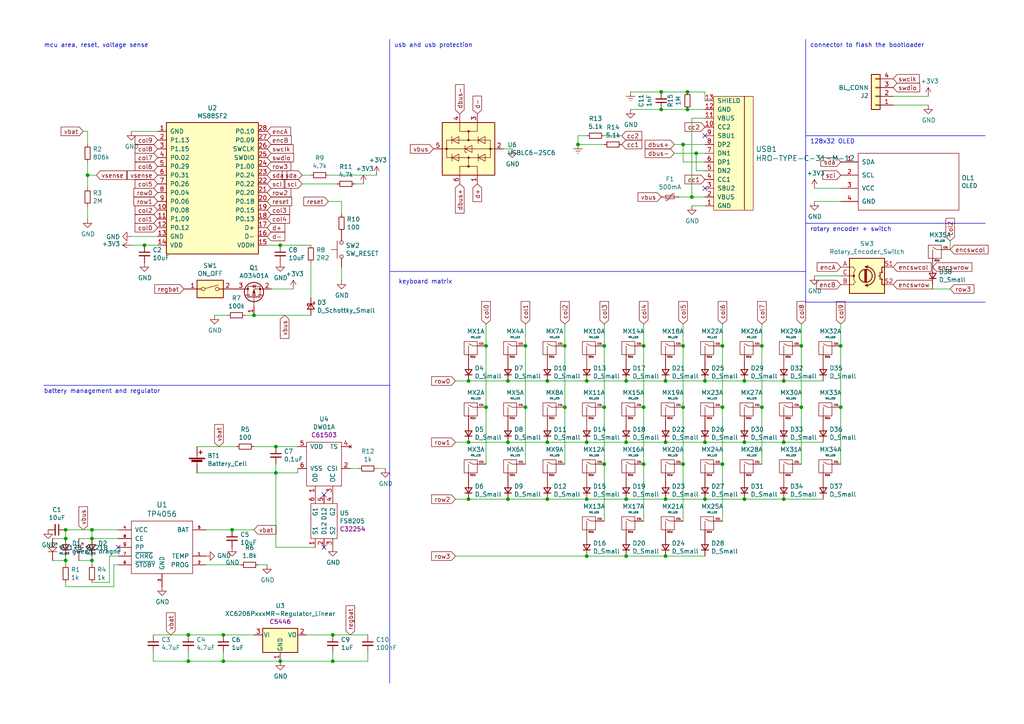
<source format=kicad_sch>
(kicad_sch (version 20230121) (generator eeschema)
  (paper "A4")
  (junction (at 163.83 100.33))
  (junction (at 215.9 110.49))
  (junction (at 220.98 118.11))
  (junction (at 232.41 100.33))
  (junction (at 140.97 100.33))
  (junction (at 41.91 71.12))
  (junction (at 140.97 118.11))
  (junction (at 193.04 144.78))
  (junction (at 135.89 128.27))
  (junction (at 158.75 144.78))
  (junction (at 198.12 118.11))
  (junction (at 181.61 161.29))
  (junction (at 158.75 110.49))
  (junction (at 19.05 156.21))
  (junction (at 135.89 110.49))
  (junction (at 186.69 118.11))
  (junction (at 80.01 129.54))
  (junction (at 147.32 128.27))
  (junction (at 209.55 134.62))
  (junction (at 186.69 100.33))
  (junction (at 147.32 144.78))
  (junction (at 209.55 118.11))
  (junction (at 220.98 100.33))
  (junction (at 243.84 118.11))
  (junction (at 209.55 100.33))
  (junction (at 170.18 144.78))
  (junction (at 215.9 144.78))
  (junction (at 54.61 191.77))
  (junction (at 191.77 26.67))
  (junction (at 204.47 144.78))
  (junction (at 170.18 110.49))
  (junction (at 26.67 162.56))
  (junction (at 80.01 137.16))
  (junction (at 198.12 134.62))
  (junction (at 198.12 41.91))
  (junction (at 96.52 191.77))
  (junction (at 19.05 162.56))
  (junction (at 152.4 100.33))
  (junction (at 243.84 100.33))
  (junction (at 81.28 71.12))
  (junction (at 26.67 153.67))
  (junction (at 215.9 128.27))
  (junction (at 193.04 110.49))
  (junction (at 175.26 118.11))
  (junction (at 147.32 110.49))
  (junction (at 64.77 184.15))
  (junction (at 64.77 191.77))
  (junction (at 73.66 91.44))
  (junction (at 175.26 100.33))
  (junction (at 152.4 118.11))
  (junction (at 25.4 50.8))
  (junction (at 193.04 128.27))
  (junction (at 193.04 161.29))
  (junction (at 181.61 128.27))
  (junction (at 181.61 144.78))
  (junction (at 167.64 41.91))
  (junction (at 204.47 110.49))
  (junction (at 199.39 31.75))
  (junction (at 199.39 26.67))
  (junction (at 158.75 128.27))
  (junction (at 170.18 161.29))
  (junction (at 204.47 128.27))
  (junction (at 67.31 153.67))
  (junction (at 96.52 184.15))
  (junction (at 191.77 31.75))
  (junction (at 227.33 110.49))
  (junction (at 227.33 144.78))
  (junction (at 198.12 100.33))
  (junction (at 163.83 118.11))
  (junction (at 201.93 44.45))
  (junction (at 200.66 57.15))
  (junction (at 175.26 134.62))
  (junction (at 232.41 118.11))
  (junction (at 181.61 110.49))
  (junction (at 54.61 184.15))
  (junction (at 81.28 191.77))
  (junction (at 19.05 153.67))
  (junction (at 26.67 156.21))
  (junction (at 170.18 128.27))
  (junction (at 227.33 128.27))
  (junction (at 186.69 134.62))
  (junction (at 135.89 144.78))
  (no_connect (at 204.47 54.61))
  (no_connect (at 93.98 143.51))
  (no_connect (at 204.47 39.37))
  (no_connect (at 93.98 158.75))
  (no_connect (at 34.29 158.75))
  (wire (pts (xy 57.15 137.16) (xy 80.01 137.16)))
  (wire (pts (xy 132.08 110.49) (xy 135.89 110.49)))
  (wire (pts (xy 26.67 153.67) (xy 34.29 153.67)))
  (wire (pts (xy 135.89 128.27) (xy 147.32 128.27)))
  (wire (pts (xy 215.9 128.27) (xy 227.33 128.27)))
  (wire (pts (xy 25.4 54.61) (xy 25.4 50.8)))
  (wire (pts (xy 201.93 44.45) (xy 195.58 44.45)))
  (wire (pts (xy 227.33 144.78) (xy 238.76 144.78)))
  (wire (pts (xy 73.66 91.44) (xy 90.17 91.44)))
  (wire (pts (xy 170.18 110.49) (xy 181.61 110.49)))
  (wire (pts (xy 132.08 128.27) (xy 135.89 128.27)))
  (wire (pts (xy 25.4 46.99) (xy 25.4 50.8)))
  (wire (pts (xy 19.05 153.67) (xy 19.05 156.21)))
  (wire (pts (xy 59.69 163.83) (xy 69.85 163.83)))
  (wire (pts (xy 80.01 137.16) (xy 86.36 137.16)))
  (wire (pts (xy 101.6 135.89) (xy 104.14 135.89)))
  (wire (pts (xy 140.97 93.98) (xy 140.97 100.33)))
  (wire (pts (xy 81.28 71.12) (xy 90.17 71.12)))
  (wire (pts (xy 158.75 110.49) (xy 170.18 110.49)))
  (wire (pts (xy 204.47 34.29) (xy 200.66 34.29)))
  (wire (pts (xy 186.69 93.98) (xy 186.69 100.33)))
  (wire (pts (xy 163.83 93.98) (xy 163.83 100.33)))
  (wire (pts (xy 73.66 129.54) (xy 80.01 129.54)))
  (wire (pts (xy 99.06 77.47) (xy 99.06 81.28)))
  (wire (pts (xy 186.69 118.11) (xy 186.69 134.62)))
  (wire (pts (xy 87.63 50.8) (xy 90.17 50.8)))
  (wire (pts (xy 204.47 144.78) (xy 215.9 144.78)))
  (wire (pts (xy 181.61 161.29) (xy 193.04 161.29)))
  (wire (pts (xy 26.67 162.56) (xy 26.67 163.83)))
  (polyline (pts (xy 233.68 64.77) (xy 285.75 64.77)))
  (wire (pts (xy 59.69 153.67) (xy 67.31 153.67)))
  (wire (pts (xy 44.45 189.23) (xy 44.45 191.77)))
  (wire (pts (xy 175.26 41.91) (xy 167.64 41.91)))
  (wire (pts (xy 152.4 100.33) (xy 152.4 118.11)))
  (wire (pts (xy 191.77 31.75) (xy 199.39 31.75)))
  (wire (pts (xy 152.4 118.11) (xy 152.4 134.62)))
  (wire (pts (xy 167.64 39.37) (xy 167.64 41.91)))
  (wire (pts (xy 152.4 93.98) (xy 152.4 100.33)))
  (wire (pts (xy 220.98 100.33) (xy 220.98 118.11)))
  (wire (pts (xy 33.02 170.18) (xy 33.02 163.83)))
  (wire (pts (xy 209.55 118.11) (xy 209.55 134.62)))
  (wire (pts (xy 135.89 110.49) (xy 147.32 110.49)))
  (wire (pts (xy 24.13 38.1) (xy 25.4 38.1)))
  (wire (pts (xy 54.61 191.77) (xy 64.77 191.77)))
  (wire (pts (xy 147.32 144.78) (xy 158.75 144.78)))
  (wire (pts (xy 80.01 129.54) (xy 86.36 129.54)))
  (wire (pts (xy 19.05 168.91) (xy 19.05 170.18)))
  (wire (pts (xy 181.61 144.78) (xy 193.04 144.78)))
  (wire (pts (xy 41.91 71.12) (xy 45.72 71.12)))
  (wire (pts (xy 204.47 110.49) (xy 215.9 110.49)))
  (wire (pts (xy 33.02 163.83) (xy 34.29 163.83)))
  (wire (pts (xy 198.12 100.33) (xy 198.12 118.11)))
  (wire (pts (xy 54.61 184.15) (xy 64.77 184.15)))
  (wire (pts (xy 227.33 128.27) (xy 238.76 128.27)))
  (wire (pts (xy 220.98 93.98) (xy 220.98 100.33)))
  (wire (pts (xy 19.05 170.18) (xy 33.02 170.18)))
  (wire (pts (xy 86.36 137.16) (xy 86.36 135.89)))
  (wire (pts (xy 209.55 100.33) (xy 209.55 118.11)))
  (wire (pts (xy 175.26 100.33) (xy 175.26 118.11)))
  (wire (pts (xy 181.61 128.27) (xy 193.04 128.27)))
  (wire (pts (xy 182.88 31.75) (xy 191.77 31.75)))
  (wire (pts (xy 147.32 110.49) (xy 158.75 110.49)))
  (wire (pts (xy 25.4 63.5) (xy 25.4 59.69)))
  (wire (pts (xy 204.47 46.99) (xy 198.12 46.99)))
  (wire (pts (xy 15.24 162.56) (xy 19.05 162.56)))
  (wire (pts (xy 181.61 110.49) (xy 193.04 110.49)))
  (wire (pts (xy 204.47 128.27) (xy 215.9 128.27)))
  (wire (pts (xy 96.52 191.77) (xy 106.68 191.77)))
  (wire (pts (xy 64.77 184.15) (xy 73.66 184.15)))
  (wire (pts (xy 199.39 31.75) (xy 204.47 31.75)))
  (wire (pts (xy 99.06 58.42) (xy 99.06 62.23)))
  (wire (pts (xy 204.47 49.53) (xy 201.93 49.53)))
  (wire (pts (xy 259.08 27.94) (xy 269.24 27.94)))
  (wire (pts (xy 270.51 83.82) (xy 275.59 83.82)))
  (wire (pts (xy 201.93 49.53) (xy 201.93 44.45)))
  (wire (pts (xy 19.05 162.56) (xy 19.05 163.83)))
  (wire (pts (xy 232.41 118.11) (xy 232.41 134.62)))
  (wire (pts (xy 64.77 189.23) (xy 64.77 191.77)))
  (wire (pts (xy 193.04 110.49) (xy 204.47 110.49)))
  (wire (pts (xy 87.63 53.34) (xy 97.79 53.34)))
  (wire (pts (xy 200.66 34.29) (xy 200.66 57.15)))
  (wire (pts (xy 71.12 91.44) (xy 73.66 91.44)))
  (wire (pts (xy 140.97 118.11) (xy 140.97 134.62)))
  (wire (pts (xy 170.18 39.37) (xy 167.64 39.37)))
  (wire (pts (xy 15.24 156.21) (xy 19.05 156.21)))
  (wire (pts (xy 26.67 153.67) (xy 26.67 156.21)))
  (wire (pts (xy 78.74 83.82) (xy 85.09 83.82)))
  (wire (pts (xy 198.12 118.11) (xy 198.12 134.62)))
  (wire (pts (xy 170.18 144.78) (xy 181.61 144.78)))
  (wire (pts (xy 220.98 118.11) (xy 220.98 134.62)))
  (wire (pts (xy 175.26 118.11) (xy 175.26 134.62)))
  (wire (pts (xy 200.66 59.69) (xy 204.47 59.69)))
  (polyline (pts (xy 233.68 11.43) (xy 233.68 87.63)))
  (wire (pts (xy 54.61 189.23) (xy 54.61 191.77)))
  (polyline (pts (xy 233.68 39.37) (xy 285.75 39.37)))
  (wire (pts (xy 198.12 134.62) (xy 198.12 151.13)))
  (wire (pts (xy 132.08 161.29) (xy 170.18 161.29)))
  (wire (pts (xy 227.33 110.49) (xy 238.76 110.49)))
  (wire (pts (xy 198.12 46.99) (xy 198.12 41.91)))
  (wire (pts (xy 26.67 161.29) (xy 26.67 162.56)))
  (wire (pts (xy 140.97 100.33) (xy 140.97 118.11)))
  (wire (pts (xy 158.75 144.78) (xy 170.18 144.78)))
  (wire (pts (xy 193.04 144.78) (xy 204.47 144.78)))
  (wire (pts (xy 236.22 80.01) (xy 243.84 80.01)))
  (wire (pts (xy 209.55 134.62) (xy 209.55 151.13)))
  (wire (pts (xy 31.75 168.91) (xy 31.75 161.29)))
  (wire (pts (xy 163.83 100.33) (xy 163.83 118.11)))
  (polyline (pts (xy 12.7 111.76) (xy 113.03 111.76)))
  (wire (pts (xy 44.45 184.15) (xy 54.61 184.15)))
  (wire (pts (xy 232.41 93.98) (xy 232.41 100.33)))
  (wire (pts (xy 25.4 38.1) (xy 25.4 41.91)))
  (wire (pts (xy 209.55 93.98) (xy 209.55 100.33)))
  (wire (pts (xy 215.9 110.49) (xy 227.33 110.49)))
  (wire (pts (xy 186.69 100.33) (xy 186.69 118.11)))
  (wire (pts (xy 95.25 50.8) (xy 109.22 50.8)))
  (wire (pts (xy 215.9 144.78) (xy 227.33 144.78)))
  (wire (pts (xy 236.22 58.42) (xy 243.84 58.42)))
  (wire (pts (xy 243.84 100.33) (xy 243.84 118.11)))
  (wire (pts (xy 132.08 144.78) (xy 135.89 144.78)))
  (wire (pts (xy 34.29 156.21) (xy 26.67 156.21)))
  (wire (pts (xy 193.04 128.27) (xy 204.47 128.27)))
  (wire (pts (xy 106.68 191.77) (xy 106.68 189.23)))
  (wire (pts (xy 95.25 58.42) (xy 99.06 58.42)))
  (wire (pts (xy 22.86 162.56) (xy 26.67 162.56)))
  (wire (pts (xy 67.31 153.67) (xy 73.66 153.67)))
  (wire (pts (xy 198.12 93.98) (xy 198.12 100.33)))
  (wire (pts (xy 109.22 135.89) (xy 111.76 135.89)))
  (wire (pts (xy 19.05 161.29) (xy 19.05 162.56)))
  (wire (pts (xy 44.45 191.77) (xy 54.61 191.77)))
  (wire (pts (xy 102.87 53.34) (xy 105.41 53.34)))
  (wire (pts (xy 25.4 50.8) (xy 27.94 50.8)))
  (wire (pts (xy 38.1 38.1) (xy 45.72 38.1)))
  (wire (pts (xy 275.59 69.85) (xy 275.59 72.39)))
  (wire (pts (xy 90.17 76.2) (xy 90.17 86.36)))
  (wire (pts (xy 270.51 82.55) (xy 270.51 83.82)))
  (wire (pts (xy 88.9 184.15) (xy 96.52 184.15)))
  (wire (pts (xy 170.18 128.27) (xy 181.61 128.27)))
  (wire (pts (xy 96.52 189.23) (xy 96.52 191.77)))
  (wire (pts (xy 259.08 30.48) (xy 269.24 30.48)))
  (wire (pts (xy 158.75 128.27) (xy 170.18 128.27)))
  (wire (pts (xy 175.26 134.62) (xy 175.26 151.13)))
  (wire (pts (xy 170.18 161.29) (xy 181.61 161.29)))
  (wire (pts (xy 199.39 26.67) (xy 204.47 26.67)))
  (wire (pts (xy 74.93 163.83) (xy 77.47 163.83)))
  (wire (pts (xy 191.77 26.67) (xy 199.39 26.67)))
  (wire (pts (xy 80.01 134.62) (xy 80.01 137.16)))
  (wire (pts (xy 26.67 168.91) (xy 31.75 168.91)))
  (wire (pts (xy 38.1 68.58) (xy 45.72 68.58)))
  (polyline (pts (xy 113.03 11.43) (xy 113.03 198.12)))
  (wire (pts (xy 243.84 93.98) (xy 243.84 100.33)))
  (wire (pts (xy 182.88 26.67) (xy 191.77 26.67)))
  (wire (pts (xy 200.66 57.15) (xy 196.85 57.15)))
  (wire (pts (xy 77.47 71.12) (xy 81.28 71.12)))
  (wire (pts (xy 57.15 129.54) (xy 68.58 129.54)))
  (wire (pts (xy 180.34 39.37) (xy 175.26 39.37)))
  (wire (pts (xy 96.52 184.15) (xy 106.68 184.15)))
  (wire (pts (xy 198.12 41.91) (xy 195.58 41.91)))
  (wire (pts (xy 193.04 161.29) (xy 204.47 161.29)))
  (wire (pts (xy 135.89 144.78) (xy 147.32 144.78)))
  (wire (pts (xy 146.05 43.18) (xy 148.59 43.18)))
  (wire (pts (xy 175.26 93.98) (xy 175.26 100.33)))
  (wire (pts (xy 19.05 153.67) (xy 26.67 153.67)))
  (wire (pts (xy 163.83 118.11) (xy 163.83 134.62)))
  (wire (pts (xy 243.84 118.11) (xy 243.84 134.62)))
  (wire (pts (xy 22.86 156.21) (xy 26.67 156.21)))
  (wire (pts (xy 80.01 158.75) (xy 91.44 158.75)))
  (wire (pts (xy 186.69 134.62) (xy 186.69 151.13)))
  (polyline (pts (xy 113.03 78.74) (xy 233.68 78.74)))
  (wire (pts (xy 236.22 54.61) (xy 243.84 54.61)))
  (wire (pts (xy 204.47 44.45) (xy 201.93 44.45)))
  (wire (pts (xy 204.47 26.67) (xy 204.47 29.21)))
  (wire (pts (xy 31.75 161.29) (xy 34.29 161.29)))
  (wire (pts (xy 204.47 57.15) (xy 200.66 57.15)))
  (wire (pts (xy 38.1 71.12) (xy 41.91 71.12)))
  (wire (pts (xy 232.41 100.33) (xy 232.41 118.11)))
  (polyline (pts (xy 233.68 87.63) (xy 285.75 87.63)))
  (wire (pts (xy 204.47 41.91) (xy 198.12 41.91)))
  (wire (pts (xy 147.32 128.27) (xy 158.75 128.27)))
  (wire (pts (xy 64.77 191.77) (xy 81.28 191.77)))
  (wire (pts (xy 96.52 191.77) (xy 81.28 191.77)))
  (wire (pts (xy 62.23 91.44) (xy 66.04 91.44)))
  (wire (pts (xy 80.01 137.16) (xy 80.01 158.75)))
  (text "mcu area, reset, voltage sense" (at 12.7 13.97 0) (effects (font (size 1.27 1.27)) (justify left bottom)))
  (text "keyboard matrix" (at 115.57 82.55 0) (effects (font (size 1.27 1.27)) (justify left bottom)))
  (text "battery management and regulator" (at 12.7 114.3 0) (effects (font (size 1.27 1.27)) (justify left bottom)))
  (text "128x32 OLED" (at 234.95 41.91 0) (effects (font (size 1.27 1.27)) (justify left bottom)))
  (text "usb and usb protection\n" (at 114.3 13.97 0) (effects (font (size 1.27 1.27)) (justify left bottom)))
  (text "rotary encoder + switch" (at 234.95 67.31 0) (effects (font (size 1.27 1.27)) (justify left bottom)))
  (text "connector to flash the bootloader" (at 234.95 13.97 0) (effects (font (size 1.27 1.27)) (justify left bottom)))
  (global_label "col2" (shape input) (at 45.72 60.96 180) (property "Intersheetrefs" "${INTERSHEET_REFS}" (effects hide)))
  (global_label "col0" (shape input) (at 140.97 93.98 90) (property "Intersheetrefs" "${INTERSHEET_REFS}" (effects hide)))
  (global_label "col4" (shape input) (at 77.47 63.5 0) (property "Intersheetrefs" "${INTERSHEET_REFS}" (effects hide)))
  (global_label "d+" (shape input) (at 77.47 66.04 0) (property "Intersheetrefs" "${INTERSHEET_REFS}" (effects hide)))
  (global_label "col8" (shape input) (at 45.72 43.18 180) (property "Intersheetrefs" "${INTERSHEET_REFS}" (effects hide)))
  (global_label "vbat" (shape input) (at 24.13 38.1 180) (property "Intersheetrefs" "${INTERSHEET_REFS}" (effects hide)))
  (global_label "cc1" (shape input) (at 204.47 52.07 180) (property "Intersheetrefs" "${INTERSHEET_REFS}" (effects hide)))
  (global_label "vsense" (shape input) (at 45.72 50.8 180) (property "Intersheetrefs" "${INTERSHEET_REFS}" (effects hide)))
  (global_label "col3" (shape input) (at 77.47 60.96 0) (property "Intersheetrefs" "${INTERSHEET_REFS}" (effects hide)))
  (global_label "d+" (shape input) (at 138.43 53.34 270) (property "Intersheetrefs" "${INTERSHEET_REFS}" (effects hide)))
  (global_label "regbat" (shape input) (at 101.6 184.15 90) (property "Intersheetrefs" "${INTERSHEET_REFS}" (effects hide)))
  (global_label "col5" (shape input) (at 198.12 93.98 90) (property "Intersheetrefs" "${INTERSHEET_REFS}" (effects hide)))
  (global_label "encA" (shape input) (at 77.47 38.1 0) (property "Intersheetrefs" "${INTERSHEET_REFS}" (effects hide)))
  (global_label "col3" (shape input) (at 175.26 93.98 90) (property "Intersheetrefs" "${INTERSHEET_REFS}" (effects hide)))
  (global_label "row1" (shape input) (at 45.72 58.42 180) (property "Intersheetrefs" "${INTERSHEET_REFS}" (effects hide)))
  (global_label "vbat" (shape input) (at 73.66 153.67 0) (property "Intersheetrefs" "${INTERSHEET_REFS}" (effects hide)))
  (global_label "col6" (shape input) (at 209.55 93.98 90) (property "Intersheetrefs" "${INTERSHEET_REFS}" (effects hide)))
  (global_label "row3" (shape input) (at 275.59 83.82 0) (property "Intersheetrefs" "${INTERSHEET_REFS}" (effects hide)))
  (global_label "d-" (shape input) (at 138.43 33.02 90) (property "Intersheetrefs" "${INTERSHEET_REFS}" (effects hide)))
  (global_label "sda" (shape input) (at 77.47 50.8 0) (property "Intersheetrefs" "${INTERSHEET_REFS}" (effects hide)))
  (global_label "vsense" (shape input) (at 27.94 50.8 0) (property "Intersheetrefs" "${INTERSHEET_REFS}" (effects hide)))
  (global_label "col5" (shape input) (at 45.72 53.34 180) (property "Intersheetrefs" "${INTERSHEET_REFS}" (effects hide)))
  (global_label "col1" (shape input) (at 45.72 63.5 180) (property "Intersheetrefs" "${INTERSHEET_REFS}" (effects hide)))
  (global_label "encB" (shape input) (at 77.47 40.64 0) (property "Intersheetrefs" "${INTERSHEET_REFS}" (effects hide)))
  (global_label "row0" (shape input) (at 132.08 110.49 180) (property "Intersheetrefs" "${INTERSHEET_REFS}" (effects hide)))
  (global_label "encswrow" (shape input) (at 270.51 77.47 0) (property "Intersheetrefs" "${INTERSHEET_REFS}" (effects hide)))
  (global_label "col9" (shape input) (at 243.84 93.98 90) (property "Intersheetrefs" "${INTERSHEET_REFS}" (effects hide)))
  (global_label "cc1" (shape input) (at 180.34 41.91 0) (property "Intersheetrefs" "${INTERSHEET_REFS}" (effects hide)))
  (global_label "dbus-" (shape input) (at 133.35 33.02 90) (property "Intersheetrefs" "${INTERSHEET_REFS}" (effects hide)))
  (global_label "col8" (shape input) (at 232.41 93.98 90) (property "Intersheetrefs" "${INTERSHEET_REFS}" (effects hide)))
  (global_label "encB" (shape input) (at 243.84 82.55 180) (property "Intersheetrefs" "${INTERSHEET_REFS}" (effects hide)))
  (global_label "vbat" (shape input) (at 49.53 184.15 90) (property "Intersheetrefs" "${INTERSHEET_REFS}" (effects hide)))
  (global_label "vbus" (shape input) (at 125.73 43.18 180) (property "Intersheetrefs" "${INTERSHEET_REFS}" (effects hide)))
  (global_label "row0" (shape input) (at 45.72 55.88 180) (property "Intersheetrefs" "${INTERSHEET_REFS}" (effects hide)))
  (global_label "cc2" (shape input) (at 180.34 39.37 0) (property "Intersheetrefs" "${INTERSHEET_REFS}" (effects hide)))
  (global_label "dbus+" (shape input) (at 195.58 41.91 180) (property "Intersheetrefs" "${INTERSHEET_REFS}" (effects hide)))
  (global_label "swdio" (shape input) (at 77.47 45.72 0) (property "Intersheetrefs" "${INTERSHEET_REFS}" (effects hide)))
  (global_label "cc2" (shape input) (at 204.47 36.83 180) (property "Intersheetrefs" "${INTERSHEET_REFS}" (effects hide)))
  (global_label "col0" (shape input) (at 45.72 66.04 180) (property "Intersheetrefs" "${INTERSHEET_REFS}" (effects hide)))
  (global_label "encswcol" (shape input) (at 259.08 77.47 0) (property "Intersheetrefs" "${INTERSHEET_REFS}" (effects hide)))
  (global_label "row3" (shape input) (at 132.08 161.29 180) (property "Intersheetrefs" "${INTERSHEET_REFS}" (effects hide)))
  (global_label "reset" (shape input) (at 95.25 58.42 180) (property "Intersheetrefs" "${INTERSHEET_REFS}" (effects hide)))
  (global_label "scl" (shape input) (at 243.84 50.8 180) (property "Intersheetrefs" "${INTERSHEET_REFS}" (effects hide)))
  (global_label "row3" (shape input) (at 77.47 48.26 0) (property "Intersheetrefs" "${INTERSHEET_REFS}" (effects hide)))
  (global_label "col6" (shape input) (at 45.72 48.26 180) (property "Intersheetrefs" "${INTERSHEET_REFS}" (effects hide)))
  (global_label "vbat" (shape input) (at 63.5 129.54 90) (property "Intersheetrefs" "${INTERSHEET_REFS}" (effects hide)))
  (global_label "row2" (shape input) (at 77.47 55.88 0) (property "Intersheetrefs" "${INTERSHEET_REFS}" (effects hide)))
  (global_label "swdio" (shape input) (at 259.08 25.4 0) (property "Intersheetrefs" "${INTERSHEET_REFS}" (effects hide)))
  (global_label "vbus" (shape input) (at 82.55 91.44 270) (property "Intersheetrefs" "${INTERSHEET_REFS}" (effects hide)))
  (global_label "col4" (shape input) (at 186.69 93.98 90) (property "Intersheetrefs" "${INTERSHEET_REFS}" (effects hide)))
  (global_label "reset" (shape input) (at 77.47 58.42 0) (property "Intersheetrefs" "${INTERSHEET_REFS}" (effects hide)))
  (global_label "scl" (shape input) (at 77.47 53.34 0) (property "Intersheetrefs" "${INTERSHEET_REFS}" (effects hide)))
  (global_label "col7" (shape input) (at 45.72 45.72 180) (property "Intersheetrefs" "${INTERSHEET_REFS}" (effects hide)))
  (global_label "scl" (shape input) (at 87.63 53.34 180) (property "Intersheetrefs" "${INTERSHEET_REFS}" (effects hide)))
  (global_label "row2" (shape input) (at 132.08 144.78 180) (property "Intersheetrefs" "${INTERSHEET_REFS}" (effects hide)))
  (global_label "row1" (shape input) (at 132.08 128.27 180) (property "Intersheetrefs" "${INTERSHEET_REFS}" (effects hide)))
  (global_label "d-" (shape input) (at 77.47 68.58 0) (property "Intersheetrefs" "${INTERSHEET_REFS}" (effects hide)))
  (global_label "col7" (shape input) (at 220.98 93.98 90) (property "Intersheetrefs" "${INTERSHEET_REFS}" (effects hide)))
  (global_label "encswcol" (shape input) (at 275.59 72.39 0) (property "Intersheetrefs" "${INTERSHEET_REFS}" (effects hide)))
  (global_label "col1" (shape input) (at 152.4 93.98 90) (property "Intersheetrefs" "${INTERSHEET_REFS}" (effects hide)))
  (global_label "dbus+" (shape input) (at 133.35 53.34 270) (property "Intersheetrefs" "${INTERSHEET_REFS}" (effects hide)))
  (global_label "vbus" (shape input) (at 191.77 57.15 180) (property "Intersheetrefs" "${INTERSHEET_REFS}" (effects hide)))
  (global_label "vbus" (shape input) (at 24.13 153.67 90) (property "Intersheetrefs" "${INTERSHEET_REFS}" (effects hide)))
  (global_label "encA" (shape input) (at 243.84 77.47 180) (property "Intersheetrefs" "${INTERSHEET_REFS}" (effects hide)))
  (global_label "col2" (shape input) (at 275.59 69.85 90) (property "Intersheetrefs" "${INTERSHEET_REFS}" (effects hide)))
  (global_label "dbus-" (shape input) (at 195.58 44.45 180) (property "Intersheetrefs" "${INTERSHEET_REFS}" (effects hide)))
  (global_label "swclk" (shape input) (at 77.47 43.18 0) (property "Intersheetrefs" "${INTERSHEET_REFS}" (effects hide)))
  (global_label "sda" (shape input) (at 243.84 46.99 180) (property "Intersheetrefs" "${INTERSHEET_REFS}" (effects hide)))
  (global_label "swclk" (shape input) (at 259.08 22.86 0) (property "Intersheetrefs" "${INTERSHEET_REFS}" (effects hide)))
  (global_label "encswrow" (shape input) (at 259.08 82.55 0) (property "Intersheetrefs" "${INTERSHEET_REFS}" (effects hide)))
  (global_label "col2" (shape input) (at 163.83 93.98 90) (property "Intersheetrefs" "${INTERSHEET_REFS}" (effects hide)))
  (global_label "col9" (shape input) (at 45.72 40.64 180) (property "Intersheetrefs" "${INTERSHEET_REFS}" (effects hide)))
  (global_label "sda" (shape input) (at 87.63 50.8 180) (property "Intersheetrefs" "${INTERSHEET_REFS}" (effects hide)))
  (global_label "regbat" (shape input) (at 53.34 83.82 180) (property "Intersheetrefs" "${INTERSHEET_REFS}" (effects hide)))
  (symbol (lib_id "le_chiff_ble-rescue:MS88SF2-MINEW_MS88SF2") (at 62.23 54.61 0) (unit 1)
    (property "Reference" "U2" (at 61.595 31.3182 0))
    (property "Value" "MS88SF2" (at 61.595 33.6296 0))
    (property "Footprint" "ms88sf2_oreore:MINEW_MS88SF2" (effects hide))
  )
  (symbol (lib_id "Device:R_Small") (at 199.39 29.21 0) (unit 1)
    (property "Reference" "R15" (at 194.4116 29.21 90))
    (property "Value" "1M" (at 196.723 29.21 90))
    (property "Footprint" "Resistor_SMD:R_0805_2012Metric" (effects hide))
  )
  (symbol (lib_id "Device:C_Small") (at 191.77 29.21 180) (unit 1)
    (property "Reference" "C11" (at 185.9534 29.21 90))
    (property "Value" "1nF" (at 188.2648 29.21 90))
    (property "Footprint" "Capacitor_SMD:C_0805_2012Metric" (effects hide))
  )
  (symbol (lib_id "power:GND") (at 182.88 31.75 0) (unit 1)
    (property "Reference" "#PWR0101" (effects hide))
    (property "Value" "GND" (at 183.007 36.1442 0))
  )
  (symbol (lib_id "Device:R_Small") (at 177.8 41.91 270) (unit 1)
    (property "Reference" "R14" (at 177.8 36.9316 90))
    (property "Value" "5.1k" (at 177.8 39.243 90))
    (property "Footprint" "Resistor_SMD:R_0805_2012Metric" (effects hide))
  )
  (symbol (lib_id "Device:R_Small") (at 172.72 39.37 270) (unit 1)
    (property "Reference" "R13" (at 172.72 34.3916 90))
    (property "Value" "5.1k" (at 172.72 36.703 90))
    (property "Footprint" "Resistor_SMD:R_0805_2012Metric" (effects hide))
  )
  (symbol (lib_id "Device:Polyfuse_Small") (at 194.31 57.15 270) (unit 1)
    (property "Reference" "F1" (at 194.31 51.943 90))
    (property "Value" "500mA" (at 194.31 54.2544 90))
    (property "Footprint" "Fuse:Fuse_1206_3216Metric" (effects hide))
  )
  (symbol (lib_id "Power_Protection:USBLC6-2SC6") (at 135.89 43.18 90) (unit 1)
    (property "Reference" "U6" (at 147.1676 42.0116 90) (effects (justify right)))
    (property "Value" "USBLC6-2SC6" (at 147.1676 44.323 90) (effects (justify right)))
    (property "Footprint" "Package_TO_SOT_SMD:SOT-23-6" (effects hide))
    (property "Datasheet" "https://www.st.com/resource/en/datasheet/usblc6-2.pdf" (effects hide))
  )
  (symbol (lib_id "power:GND") (at 148.59 43.18 0) (unit 1)
    (property "Reference" "#PWR0104" (effects hide))
    (property "Value" "GND" (at 148.717 47.5742 0))
  )
  (symbol (lib_id "power:GND") (at 38.1 38.1 0) (unit 1)
    (property "Reference" "#PWR0105" (effects hide))
    (property "Value" "GND" (at 38.227 42.4942 0))
  )
  (symbol (lib_id "Device:R_Small") (at 25.4 44.45 0) (unit 1)
    (property "Reference" "R2" (at 26.8986 43.2816 0) (effects (justify left)))
    (property "Value" "806k" (at 26.8986 45.593 0) (effects (justify left)))
    (property "Footprint" "Resistor_SMD:R_0805_2012Metric" (effects hide))
  )
  (symbol (lib_id "Device:R_Small") (at 25.4 57.15 0) (unit 1)
    (property "Reference" "R3" (at 26.8986 55.9816 0) (effects (justify left)))
    (property "Value" "2M" (at 26.8986 58.293 0) (effects (justify left)))
    (property "Footprint" "Resistor_SMD:R_0805_2012Metric" (effects hide))
  )
  (symbol (lib_id "power:GND") (at 25.4 63.5 0) (unit 1)
    (property "Reference" "#PWR0106" (effects hide))
    (property "Value" "GND" (at 25.527 67.8942 0))
  )
  (symbol (lib_id "Device:R_Small") (at 99.06 64.77 0) (unit 1)
    (property "Reference" "R10" (at 100.5586 63.6016 0) (effects (justify left)))
    (property "Value" "100" (at 100.5586 65.913 0) (effects (justify left)))
    (property "Footprint" "Resistor_SMD:R_0805_2012Metric" (effects hide))
  )
  (symbol (lib_id "Switch:SW_Push") (at 99.06 72.39 90) (unit 1)
    (property "Reference" "SW2" (at 100.2792 71.2216 90) (effects (justify right)))
    (property "Value" "SW_RESET" (at 100.2792 73.533 90) (effects (justify right)))
    (property "Footprint" "Button_Switch_SMD:SW_SPST_TL3342" (effects hide))
  )
  (symbol (lib_id "power:GND") (at 99.06 81.28 0) (unit 1)
    (property "Reference" "#PWR0107" (effects hide))
    (property "Value" "GND" (at 99.187 85.6742 0))
  )
  (symbol (lib_id "Transistor_FET:AO3401A") (at 73.66 86.36 90) (unit 1)
    (property "Reference" "Q1" (at 73.66 77.6732 90))
    (property "Value" "AO3401A" (at 73.66 79.9846 90))
    (property "Footprint" "Package_TO_SOT_SMD:SOT-23" (effects hide))
    (property "Datasheet" "http://www.aosmd.com/pdfs/datasheet/AO3401A.pdf" (effects hide))
  )
  (symbol (lib_id "Switch:SW_DIP_x01") (at 60.96 83.82 0) (unit 1)
    (property "Reference" "SW1" (at 60.96 77.0382 0))
    (property "Value" "ON_OFF" (at 60.96 79.3496 0))
    (property "Footprint" "other_parts:switch_MSK-12C02_smd" (effects hide))
  )
  (symbol (lib_id "power:+3V3") (at 85.09 83.82 0) (unit 1)
    (property "Reference" "#PWR0108" (effects hide))
    (property "Value" "+3V3" (at 85.471 79.4258 0))
  )
  (symbol (lib_id "power:+3V3") (at 38.1 71.12 90) (unit 1)
    (property "Reference" "#PWR0109" (effects hide))
    (property "Value" "+3V3" (at 34.8488 70.739 90) (effects (justify left)))
  )
  (symbol (lib_id "power:GND") (at 38.1 68.58 270) (unit 1)
    (property "Reference" "#PWR0110" (effects hide))
    (property "Value" "GND" (at 34.8488 68.707 90) (effects (justify right)))
  )
  (symbol (lib_id "Device:C_Small") (at 41.91 73.66 0) (unit 1)
    (property "Reference" "C2" (at 44.2468 72.4916 0) (effects (justify left)))
    (property "Value" "10uF" (at 44.2468 74.803 0) (effects (justify left)))
    (property "Footprint" "Capacitor_SMD:C_0805_2012Metric" (effects hide))
  )
  (symbol (lib_id "power:GND") (at 41.91 76.2 0) (unit 1)
    (property "Reference" "#PWR0111" (effects hide))
    (property "Value" "GND" (at 42.037 80.5942 0))
  )
  (symbol (lib_id "Device:C_Small") (at 81.28 73.66 0) (unit 1)
    (property "Reference" "C8" (at 83.6168 72.4916 0) (effects (justify left)))
    (property "Value" "10uF" (at 83.6168 74.803 0) (effects (justify left)))
    (property "Footprint" "Capacitor_SMD:C_0805_2012Metric" (effects hide))
  )
  (symbol (lib_id "power:GND") (at 81.28 76.2 0) (unit 1)
    (property "Reference" "#PWR0112" (effects hide))
    (property "Value" "GND" (at 81.407 80.5942 0))
  )
  (symbol (lib_id "Device:R_Small") (at 90.17 73.66 0) (unit 1)
    (property "Reference" "R8" (at 91.6686 72.4916 0) (effects (justify left)))
    (property "Value" "2R2" (at 91.6686 74.803 0) (effects (justify left)))
    (property "Footprint" "Resistor_SMD:R_0805_2012Metric" (effects hide))
  )
  (symbol (lib_id "Device:D_Schottky_Small") (at 90.17 88.9 270) (unit 1)
    (property "Reference" "D3" (at 91.948 87.7316 90) (effects (justify left)))
    (property "Value" "D_Schottky_Small" (at 91.948 90.043 90) (effects (justify left)))
    (property "Footprint" "Diode_SMD:D_SOD-323_HandSoldering" (effects hide))
  )
  (symbol (lib_id "Device:R_Small") (at 68.58 91.44 270) (unit 1)
    (property "Reference" "R7" (at 68.58 86.4616 90))
    (property "Value" "100k" (at 68.58 88.773 90))
    (property "Footprint" "Resistor_SMD:R_0805_2012Metric" (effects hide))
  )
  (symbol (lib_id "power:GND") (at 62.23 91.44 0) (unit 1)
    (property "Reference" "#PWR0113" (effects hide))
    (property "Value" "GND" (at 62.357 95.8342 0))
  )
  (symbol (lib_id "Connector_Generic:Conn_01x04") (at 254 27.94 180) (unit 1)
    (property "Reference" "J2" (at 251.968 27.7368 0) (effects (justify left)))
    (property "Value" "BL_CONN" (at 251.968 25.4254 0) (effects (justify left)))
    (property "Footprint" "Connector_PinHeader_2.54mm:PinHeader_1x04_P2.54mm_Vertical" (effects hide))
  )
  (symbol (lib_id "power:GND") (at 269.24 30.48 0) (unit 1)
    (property "Reference" "#PWR0114" (effects hide))
    (property "Value" "GND" (at 269.367 34.8742 0))
  )
  (symbol (lib_id "power:+3V3") (at 269.24 27.94 0) (unit 1)
    (property "Reference" "#PWR0115" (effects hide))
    (property "Value" "+3V3" (at 269.621 23.5458 0))
  )
  (symbol (lib_id "le_chiff_ble-rescue:DW01A-kicad-keyboard-parts") (at 93.98 134.62 0) (unit 1)
    (property "Reference" "U4" (at 93.98 121.539 0))
    (property "Value" "DW01A" (at 93.98 123.8504 0))
    (property "Footprint" "Package_TO_SOT_SMD:SOT-23-6" (effects hide))
    (property "Datasheet" "https://datasheet.lcsc.com/szlcsc/Fortune-Semicon-DW01A-G_C61503.pdf" (effects hide))
    (property "LCSC" "C61503" (at 93.98 126.1618 0))
  )
  (symbol (lib_id "le_chiff_ble-rescue:FS8205-kicad-keyboard-parts") (at 93.98 151.13 90) (unit 1)
    (property "Reference" "U5" (at 98.5012 148.8186 90) (effects (justify right)))
    (property "Value" "FS8205" (at 98.5012 151.13 90) (effects (justify right)))
    (property "Footprint" "Package_TO_SOT_SMD:SOT-23-6" (effects hide))
    (property "Datasheet" "https://datasheet.lcsc.com/szlcsc/Fortune-Semicon-FS8205_C32254.pdf" (effects hide))
    (property "LCSC" "C32254" (at 98.5012 153.4414 90) (effects (justify right)))
  )
  (symbol (lib_id "power:GND") (at 96.52 158.75 0) (unit 1)
    (property "Reference" "#PWR0116" (effects hide))
    (property "Value" "GND" (at 96.647 163.1442 0))
  )
  (symbol (lib_id "Device:Battery_Cell") (at 57.15 134.62 0) (unit 1)
    (property "Reference" "BT1" (at 60.1472 132.1816 0) (effects (justify left)))
    (property "Value" "Battery_Cell" (at 60.1472 134.493 0) (effects (justify left)))
    (property "Footprint" "Connector_Molex:Molex_PicoBlade_53048-0210_1x02_P1.25mm_Horizontal" (effects hide))
  )
  (symbol (lib_id "Device:R_Small") (at 71.12 129.54 270) (unit 1)
    (property "Reference" "R5" (at 71.12 124.5616 90))
    (property "Value" "100" (at 71.12 126.873 90))
    (property "Footprint" "Resistor_SMD:R_0805_2012Metric" (effects hide))
  )
  (symbol (lib_id "Device:C_Small") (at 80.01 132.08 0) (unit 1)
    (property "Reference" "C7" (at 82.3468 130.9116 0) (effects (justify left)))
    (property "Value" "0.1uF" (at 82.3468 133.223 0) (effects (justify left)))
    (property "Footprint" "Capacitor_SMD:C_0805_2012Metric" (effects hide))
  )
  (symbol (lib_id "Device:R_Small") (at 106.68 135.89 270) (unit 1)
    (property "Reference" "R12" (at 106.68 130.9116 90))
    (property "Value" "1k" (at 106.68 133.223 90))
    (property "Footprint" "Resistor_SMD:R_0805_2012Metric" (effects hide))
  )
  (symbol (lib_id "power:GND") (at 111.76 135.89 0) (unit 1)
    (property "Reference" "#PWR0117" (effects hide))
    (property "Value" "GND" (at 111.887 140.2842 0))
  )
  (symbol (lib_id "le_chiff_ble-rescue:XC6206PxxxMR-Regulator_Linear-kicad-keyboard-parts") (at 81.28 184.15 0) (unit 1)
    (property "Reference" "U3" (at 81.28 175.6918 0))
    (property "Value" "XC6206PxxxMR-Regulator_Linear" (at 81.28 178.0032 0))
    (property "Footprint" "Package_TO_SOT_SMD:SOT-23" (effects hide))
    (property "Datasheet" "https://www.torexsemi.com/file/xc6206/XC6206.pdf" (effects hide))
    (property "LCSC" "C5446" (at 81.28 180.3146 0))
  )
  (symbol (lib_id "Device:C_Small") (at 96.52 186.69 0) (unit 1)
    (property "Reference" "C9" (at 98.8568 185.5216 0) (effects (justify left)))
    (property "Value" "1uF" (at 98.8568 187.833 0) (effects (justify left)))
    (property "Footprint" "Capacitor_SMD:C_0805_2012Metric" (effects hide))
  )
  (symbol (lib_id "Device:C_Small") (at 106.68 186.69 0) (unit 1)
    (property "Reference" "C10" (at 109.0168 185.5216 0) (effects (justify left)))
    (property "Value" "100nF" (at 109.0168 187.833 0) (effects (justify left)))
    (property "Footprint" "Capacitor_SMD:C_0805_2012Metric" (effects hide))
  )
  (symbol (lib_id "Device:C_Small") (at 64.77 186.69 0) (unit 1)
    (property "Reference" "C6" (at 67.1068 185.5216 0) (effects (justify left)))
    (property "Value" "1uF" (at 67.1068 187.833 0) (effects (justify left)))
    (property "Footprint" "Capacitor_SMD:C_0805_2012Metric" (effects hide))
  )
  (symbol (lib_id "Device:C_Small") (at 54.61 186.69 0) (unit 1)
    (property "Reference" "C4" (at 56.9468 185.5216 0) (effects (justify left)))
    (property "Value" "4.7uF" (at 56.9468 187.833 0) (effects (justify left)))
    (property "Footprint" "Capacitor_SMD:C_0805_2012Metric" (effects hide))
  )
  (symbol (lib_id "Device:C_Small") (at 44.45 186.69 0) (unit 1)
    (property "Reference" "C3" (at 46.7868 185.5216 0) (effects (justify left)))
    (property "Value" "4.7uF" (at 46.7868 187.833 0) (effects (justify left)))
    (property "Footprint" "Capacitor_SMD:C_0805_2012Metric" (effects hide))
  )
  (symbol (lib_id "power:GND") (at 81.28 191.77 0) (unit 1)
    (property "Reference" "#PWR0118" (effects hide))
    (property "Value" "GND" (at 81.407 196.1642 0))
  )
  (symbol (lib_id "le_chiff_ble-rescue:OLED-kbd") (at 262.89 53.34 0) (unit 1)
    (property "Reference" "OL1" (at 278.8412 51.5874 0) (effects (font (size 1.2954 1.2954)) (justify left)))
    (property "Value" "OLED" (at 278.8412 53.8734 0) (effects (font (size 1.1938 1.1938)) (justify left)))
    (property "Footprint" "kbd:OLED_1side" (effects hide))
  )
  (symbol (lib_id "power:+3V3") (at 236.22 54.61 0) (unit 1)
    (property "Reference" "#PWR0119" (effects hide))
    (property "Value" "+3V3" (at 236.601 50.2158 0))
  )
  (symbol (lib_id "power:GND") (at 236.22 58.42 0) (unit 1)
    (property "Reference" "#PWR0120" (effects hide))
    (property "Value" "GND" (at 236.347 62.8142 0))
  )
  (symbol (lib_id "le_chiff_ble-rescue:Rotary_Encoder_Switch-Device") (at 251.46 80.01 0) (unit 1)
    (property "Reference" "SW3" (at 251.46 70.6882 0))
    (property "Value" "Rotary_Encoder_Switch" (at 251.46 72.9996 0))
    (property "Footprint" "Keebio-Parts:RotaryEncoder_EC11-no-legs" (effects hide))
  )
  (symbol (lib_id "power:GND") (at 236.22 80.01 0) (unit 1)
    (property "Reference" "#PWR0121" (effects hide))
    (property "Value" "GND" (at 236.347 84.4042 0))
  )
  (symbol (lib_id "le_chiff_ble-rescue:MX_LED-kicad-keyboard-parts") (at 137.16 100.33 0) (unit 1)
    (property "Reference" "MX1" (at 137.9982 96.0882 0))
    (property "Value" "MX_LED" (at 137.9982 97.79 0) (effects (font (size 0.508 0.508))))
    (property "Footprint" "Keebio-Parts:MX-Alps-Choc-1U-NoLED" (effects hide))
  )
  (symbol (lib_id "Device:D_Small") (at 135.89 107.95 90) (unit 1)
    (property "Reference" "D4" (at 137.668 106.7816 90) (effects (justify right)))
    (property "Value" "D_Small" (at 137.668 109.093 90) (effects (justify right)))
    (property "Footprint" "Diode_SMD:D_SOD-123" (effects hide))
  )
  (symbol (lib_id "le_chiff_ble-rescue:MX_LED-kicad-keyboard-parts") (at 137.16 118.11 0) (unit 1)
    (property "Reference" "MX2" (at 137.9982 113.8682 0))
    (property "Value" "MX_LED" (at 137.9982 115.57 0) (effects (font (size 0.508 0.508))))
    (property "Footprint" "Keebio-Parts:MX-Alps-Choc-1U-NoLED" (effects hide))
  )
  (symbol (lib_id "Device:D_Small") (at 135.89 125.73 90) (unit 1)
    (property "Reference" "D5" (at 137.668 124.5616 90) (effects (justify right)))
    (property "Value" "D_Small" (at 137.668 126.873 90) (effects (justify right)))
    (property "Footprint" "Diode_SMD:D_SOD-123" (effects hide))
  )
  (symbol (lib_id "le_chiff_ble-rescue:MX_LED-kicad-keyboard-parts") (at 137.16 134.62 0) (unit 1)
    (property "Reference" "MX3" (at 137.9982 130.3782 0))
    (property "Value" "MX_LED" (at 137.9982 132.08 0) (effects (font (size 0.508 0.508))))
    (property "Footprint" "Keebio-Parts:MX-Alps-Choc-1U-NoLED" (effects hide))
  )
  (symbol (lib_id "Device:D_Small") (at 135.89 142.24 90) (unit 1)
    (property "Reference" "D6" (at 137.668 141.0716 90) (effects (justify right)))
    (property "Value" "D_Small" (at 137.668 143.383 90) (effects (justify right)))
    (property "Footprint" "Diode_SMD:D_SOD-123" (effects hide))
  )
  (symbol (lib_id "le_chiff_ble-rescue:MX_LED-kicad-keyboard-parts") (at 148.59 100.33 0) (unit 1)
    (property "Reference" "MX4" (at 149.4282 96.0882 0))
    (property "Value" "MX_LED" (at 149.4282 97.79 0) (effects (font (size 0.508 0.508))))
    (property "Footprint" "Keebio-Parts:MX-Alps-Choc-1U-NoLED" (effects hide))
  )
  (symbol (lib_id "Device:D_Small") (at 147.32 107.95 90) (unit 1)
    (property "Reference" "D7" (at 149.098 106.7816 90) (effects (justify right)))
    (property "Value" "D_Small" (at 149.098 109.093 90) (effects (justify right)))
    (property "Footprint" "Diode_SMD:D_SOD-123" (effects hide))
  )
  (symbol (lib_id "le_chiff_ble-rescue:MX_LED-kicad-keyboard-parts") (at 148.59 118.11 0) (unit 1)
    (property "Reference" "MX5" (at 149.4282 113.8682 0))
    (property "Value" "MX_LED" (at 149.4282 115.57 0) (effects (font (size 0.508 0.508))))
    (property "Footprint" "Keebio-Parts:MX-Alps-Choc-1U-NoLED" (effects hide))
  )
  (symbol (lib_id "Device:D_Small") (at 147.32 125.73 90) (unit 1)
    (property "Reference" "D8" (at 149.098 124.5616 90) (effects (justify right)))
    (property "Value" "D_Small" (at 149.098 126.873 90) (effects (justify right)))
    (property "Footprint" "Diode_SMD:D_SOD-123" (effects hide))
  )
  (symbol (lib_id "le_chiff_ble-rescue:MX_LED-kicad-keyboard-parts") (at 148.59 134.62 0) (unit 1)
    (property "Reference" "MX6" (at 149.4282 130.3782 0))
    (property "Value" "MX_LED" (at 149.4282 132.08 0) (effects (font (size 0.508 0.508))))
    (property "Footprint" "Keebio-Parts:MX-Alps-Choc-1U-NoLED" (effects hide))
  )
  (symbol (lib_id "Device:D_Small") (at 147.32 142.24 90) (unit 1)
    (property "Reference" "D9" (at 149.098 141.0716 90) (effects (justify right)))
    (property "Value" "D_Small" (at 149.098 143.383 90) (effects (justify right)))
    (property "Footprint" "Diode_SMD:D_SOD-123" (effects hide))
  )
  (symbol (lib_id "le_chiff_ble-rescue:MX_LED-kicad-keyboard-parts") (at 160.02 100.33 0) (unit 1)
    (property "Reference" "MX7" (at 160.8582 96.0882 0))
    (property "Value" "MX_LED" (at 160.8582 97.79 0) (effects (font (size 0.508 0.508))))
    (property "Footprint" "Keebio-Parts:MX-Alps-Choc-1U-NoLED" (effects hide))
  )
  (symbol (lib_id "Device:D_Small") (at 158.75 107.95 90) (unit 1)
    (property "Reference" "D10" (at 160.528 106.7816 90) (effects (justify right)))
    (property "Value" "D_Small" (at 160.528 109.093 90) (effects (justify right)))
    (property "Footprint" "Diode_SMD:D_SOD-123" (effects hide))
  )
  (symbol (lib_id "le_chiff_ble-rescue:MX_LED-kicad-keyboard-parts") (at 160.02 118.11 0) (unit 1)
    (property "Reference" "MX8" (at 160.8582 113.8682 0))
    (property "Value" "MX_LED" (at 160.8582 115.57 0) (effects (font (size 0.508 0.508))))
    (property "Footprint" "Keebio-Parts:MX-Alps-Choc-1U-NoLED" (effects hide))
  )
  (symbol (lib_id "Device:D_Small") (at 158.75 125.73 90) (unit 1)
    (property "Reference" "D11" (at 160.528 124.5616 90) (effects (justify right)))
    (property "Value" "D_Small" (at 160.528 126.873 90) (effects (justify right)))
    (property "Footprint" "Diode_SMD:D_SOD-123" (effects hide))
  )
  (symbol (lib_id "le_chiff_ble-rescue:MX_LED-kicad-keyboard-parts") (at 160.02 134.62 0) (unit 1)
    (property "Reference" "MX9" (at 160.8582 130.3782 0))
    (property "Value" "MX_LED" (at 160.8582 132.08 0) (effects (font (size 0.508 0.508))))
    (property "Footprint" "Keebio-Parts:MX-Alps-Choc-1U-NoLED" (effects hide))
  )
  (symbol (lib_id "Device:D_Small") (at 158.75 142.24 90) (unit 1)
    (property "Reference" "D12" (at 160.528 141.0716 90) (effects (justify right)))
    (property "Value" "D_Small" (at 160.528 143.383 90) (effects (justify right)))
    (property "Footprint" "Diode_SMD:D_SOD-123" (effects hide))
  )
  (symbol (lib_id "le_chiff_ble-rescue:MX_LED-kicad-keyboard-parts") (at 171.45 100.33 0) (unit 1)
    (property "Reference" "MX10" (at 172.2882 96.0882 0))
    (property "Value" "MX_LED" (at 172.2882 97.79 0) (effects (font (size 0.508 0.508))))
    (property "Footprint" "Keebio-Parts:MX-Alps-Choc-1U-NoLED" (effects hide))
  )
  (symbol (lib_id "Device:D_Small") (at 170.18 107.95 90) (unit 1)
    (property "Reference" "D13" (at 171.958 106.7816 90) (effects (justify right)))
    (property "Value" "D_Small" (at 171.958 109.093 90) (effects (justify right)))
    (property "Footprint" "Diode_SMD:D_SOD-123" (effects hide))
  )
  (symbol (lib_id "le_chiff_ble-rescue:MX_LED-kicad-keyboard-parts") (at 171.45 118.11 0) (unit 1)
    (property "Reference" "MX11" (at 172.2882 113.8682 0))
    (property "Value" "MX_LED" (at 172.2882 115.57 0) (effects (font (size 0.508 0.508))))
    (property "Footprint" "Keebio-Parts:MX-Alps-Choc-1U-NoLED" (effects hide))
  )
  (symbol (lib_id "Device:D_Small") (at 170.18 125.73 90) (unit 1)
    (property "Reference" "D14" (at 171.958 124.5616 90) (effects (justify right)))
    (property "Value" "D_Small" (at 171.958 126.873 90) (effects (justify right)))
    (property "Footprint" "Diode_SMD:D_SOD-123" (effects hide))
  )
  (symbol (lib_id "le_chiff_ble-rescue:MX_LED-kicad-keyboard-parts") (at 171.45 134.62 0) (unit 1)
    (property "Reference" "MX12" (at 172.2882 130.3782 0))
    (property "Value" "MX_LED" (at 172.2882 132.08 0) (effects (font (size 0.508 0.508))))
    (property "Footprint" "Keebio-Parts:MX-Alps-Choc-1U-NoLED" (effects hide))
  )
  (symbol (lib_id "Device:D_Small") (at 170.18 142.24 90) (unit 1)
    (property "Reference" "D15" (at 171.958 141.0716 90) (effects (justify right)))
    (property "Value" "D_Small" (at 171.958 143.383 90) (effects (justify right)))
    (property "Footprint" "Diode_SMD:D_SOD-123" (effects hide))
  )
  (symbol (lib_id "le_chiff_ble-rescue:MX_LED-kicad-keyboard-parts") (at 182.88 100.33 0) (unit 1)
    (property "Reference" "MX14" (at 183.7182 96.0882 0))
    (property "Value" "MX_LED" (at 183.7182 97.79 0) (effects (font (size 0.508 0.508))))
    (property "Footprint" "Keebio-Parts:MX-Alps-Choc-1U-NoLED" (effects hide))
  )
  (symbol (lib_id "Device:D_Small") (at 181.61 107.95 90) (unit 1)
    (property "Reference" "D17" (at 183.388 106.7816 90) (effects (justify right)))
    (property "Value" "D_Small" (at 183.388 109.093 90) (effects (justify right)))
    (property "Footprint" "Diode_SMD:D_SOD-123" (effects hide))
  )
  (symbol (lib_id "le_chiff_ble-rescue:MX_LED-kicad-keyboard-parts") (at 182.88 118.11 0) (unit 1)
    (property "Reference" "MX15" (at 183.7182 113.8682 0))
    (property "Value" "MX_LED" (at 183.7182 115.57 0) (effects (font (size 0.508 0.508))))
    (property "Footprint" "Keebio-Parts:MX-Alps-Choc-1U-NoLED" (effects hide))
  )
  (symbol (lib_id "Device:D_Small") (at 181.61 125.73 90) (unit 1)
    (property "Reference" "D18" (at 183.388 124.5616 90) (effects (justify right)))
    (property "Value" "D_Small" (at 183.388 126.873 90) (effects (justify right)))
    (property "Footprint" "Diode_SMD:D_SOD-123" (effects hide))
  )
  (symbol (lib_id "le_chiff_ble-rescue:MX_LED-kicad-keyboard-parts") (at 182.88 134.62 0) (unit 1)
    (property "Reference" "MX16" (at 183.7182 130.3782 0))
    (property "Value" "MX_LED" (at 183.7182 132.08 0) (effects (font (size 0.508 0.508))))
    (property "Footprint" "Keebio-Parts:MX-Alps-Choc-1U-NoLED" (effects hide))
  )
  (symbol (lib_id "Device:D_Small") (at 181.61 142.24 90) (unit 1)
    (property "Reference" "D19" (at 183.388 141.0716 90) (effects (justify right)))
    (property "Value" "D_Small" (at 183.388 143.383 90) (effects (justify right)))
    (property "Footprint" "Diode_SMD:D_SOD-123" (effects hide))
  )
  (symbol (lib_id "le_chiff_ble-rescue:MX_LED-kicad-keyboard-parts") (at 194.31 100.33 0) (unit 1)
    (property "Reference" "MX18" (at 195.1482 96.0882 0))
    (property "Value" "MX_LED" (at 195.1482 97.79 0) (effects (font (size 0.508 0.508))))
    (property "Footprint" "Keebio-Parts:MX-Alps-Choc-1U-NoLED" (effects hide))
  )
  (symbol (lib_id "Device:D_Small") (at 193.04 107.95 90) (unit 1)
    (property "Reference" "D21" (at 194.818 106.7816 90) (effects (justify right)))
    (property "Value" "D_Small" (at 194.818 109.093 90) (effects (justify right)))
    (property "Footprint" "Diode_SMD:D_SOD-123" (effects hide))
  )
  (symbol (lib_id "le_chiff_ble-rescue:MX_LED-kicad-keyboard-parts") (at 194.31 118.11 0) (unit 1)
    (property "Reference" "MX19" (at 195.1482 113.8682 0))
    (property "Value" "MX_LED" (at 195.1482 115.57 0) (effects (font (size 0.508 0.508))))
    (property "Footprint" "Keebio-Parts:MX-Alps-Choc-1U-NoLED" (effects hide))
  )
  (symbol (lib_id "Device:D_Small") (at 193.04 125.73 90) (unit 1)
    (property "Reference" "D22" (at 194.818 124.5616 90) (effects (justify right)))
    (property "Value" "D_Small" (at 194.818 126.873 90) (effects (justify right)))
    (property "Footprint" "Diode_SMD:D_SOD-123" (effects hide))
  )
  (symbol (lib_id "le_chiff_ble-rescue:MX_LED-kicad-keyboard-parts") (at 194.31 134.62 0) (unit 1)
    (property "Reference" "MX20" (at 195.1482 130.3782 0))
    (property "Value" "MX_LED" (at 195.1482 132.08 0) (effects (font (size 0.508 0.508))))
    (property "Footprint" "Keebio-Parts:MX-Alps-Choc-1U-NoLED" (effects hide))
  )
  (symbol (lib_id "Device:D_Small") (at 193.04 142.24 90) (unit 1)
    (property "Reference" "D23" (at 194.818 141.0716 90) (effects (justify right)))
    (property "Value" "D_Small" (at 194.818 143.383 90) (effects (justify right)))
    (property "Footprint" "Diode_SMD:D_SOD-123" (effects hide))
  )
  (symbol (lib_id "le_chiff_ble-rescue:MX_LED-kicad-keyboard-parts") (at 205.74 100.33 0) (unit 1)
    (property "Reference" "MX22" (at 206.5782 96.0882 0))
    (property "Value" "MX_LED" (at 206.5782 97.79 0) (effects (font (size 0.508 0.508))))
    (property "Footprint" "Keebio-Parts:MX-Alps-Choc-1U-NoLED" (effects hide))
  )
  (symbol (lib_id "Device:D_Small") (at 204.47 107.95 90) (unit 1)
    (property "Reference" "D25" (at 206.248 106.7816 90) (effects (justify right)))
    (property "Value" "D_Small" (at 206.248 109.093 90) (effects (justify right)))
    (property "Footprint" "Diode_SMD:D_SOD-123" (effects hide))
  )
  (symbol (lib_id "le_chiff_ble-rescue:MX_LED-kicad-keyboard-parts") (at 205.74 118.11 0) (unit 1)
    (property "Reference" "MX23" (at 206.5782 113.8682 0))
    (property "Value" "MX_LED" (at 206.5782 115.57 0) (effects (font (size 0.508 0.508))))
    (property "Footprint" "Keebio-Parts:MX-Alps-Choc-1U-NoLED" (effects hide))
  )
  (symbol (lib_id "Device:D_Small") (at 204.47 125.73 90) (unit 1)
    (property "Reference" "D26" (at 206.248 124.5616 90) (effects (justify right)))
    (property "Value" "D_Small" (at 206.248 126.873 90) (effects (justify right)))
    (property "Footprint" "Diode_SMD:D_SOD-123" (effects hide))
  )
  (symbol (lib_id "le_chiff_ble-rescue:MX_LED-kicad-keyboard-parts") (at 205.74 134.62 0) (unit 1)
    (property "Reference" "MX24" (at 206.5782 130.3782 0))
    (property "Value" "MX_LED" (at 206.5782 132.08 0) (effects (font (size 0.508 0.508))))
    (property "Footprint" "Keebio-Parts:MX-Alps-Choc-1U-NoLED" (effects hide))
  )
  (symbol (lib_id "Device:D_Small") (at 204.47 142.24 90) (unit 1)
    (property "Reference" "D27" (at 206.248 141.0716 90) (effects (justify right)))
    (property "Value" "D_Small" (at 206.248 143.383 90) (effects (justify right)))
    (property "Footprint" "Diode_SMD:D_SOD-123" (effects hide))
  )
  (symbol (lib_id "le_chiff_ble-rescue:MX_LED-kicad-keyboard-parts") (at 217.17 100.33 0) (unit 1)
    (property "Reference" "MX26" (at 218.0082 96.0882 0))
    (property "Value" "MX_LED" (at 218.0082 97.79 0) (effects (font (size 0.508 0.508))))
    (property "Footprint" "Keebio-Parts:MX-Alps-Choc-1U-NoLED" (effects hide))
  )
  (symbol (lib_id "Device:D_Small") (at 215.9 107.95 90) (unit 1)
    (property "Reference" "D29" (at 217.678 106.7816 90) (effects (justify right)))
    (property "Value" "D_Small" (at 217.678 109.093 90) (effects (justify right)))
    (property "Footprint" "Diode_SMD:D_SOD-123" (effects hide))
  )
  (symbol (lib_id "le_chiff_ble-rescue:MX_LED-kicad-keyboard-parts") (at 217.17 118.11 0) (unit 1)
    (property "Reference" "MX27" (at 218.0082 113.8682 0))
    (property "Value" "MX_LED" (at 218.0082 115.57 0) (effects (font (size 0.508 0.508))))
    (property "Footprint" "Keebio-Parts:MX-Alps-Choc-1U-NoLED" (effects hide))
  )
  (symbol (lib_id "Device:D_Small") (at 215.9 125.73 90) (unit 1)
    (property "Reference" "D30" (at 217.678 124.5616 90) (effects (justify right)))
    (property "Value" "D_Small" (at 217.678 126.873 90) (effects (justify right)))
    (property "Footprint" "Diode_SMD:D_SOD-123" (effects hide))
  )
  (symbol (lib_id "le_chiff_ble-rescue:MX_LED-kicad-keyboard-parts") (at 217.17 134.62 0) (unit 1)
    (property "Reference" "MX28" (at 218.0082 130.3782 0))
    (property "Value" "MX_LED" (at 218.0082 132.08 0) (effects (font (size 0.508 0.508))))
    (property "Footprint" "Keebio-Parts:MX-Alps-Choc-1U-NoLED" (effects hide))
  )
  (symbol (lib_id "Device:D_Small") (at 215.9 142.24 90) (unit 1)
    (property "Reference" "D31" (at 217.678 141.0716 90) (effects (justify right)))
    (property "Value" "D_Small" (at 217.678 143.383 90) (effects (justify right)))
    (property "Footprint" "Diode_SMD:D_SOD-123" (effects hide))
  )
  (symbol (lib_id "le_chiff_ble-rescue:MX_LED-kicad-keyboard-parts") (at 228.6 100.33 0) (unit 1)
    (property "Reference" "MX29" (at 229.4382 96.0882 0))
    (property "Value" "MX_LED" (at 229.4382 97.79 0) (effects (font (size 0.508 0.508))))
    (property "Footprint" "Keebio-Parts:MX-Alps-Choc-1U-NoLED" (effects hide))
  )
  (symbol (lib_id "Device:D_Small") (at 227.33 107.95 90) (unit 1)
    (property "Reference" "D32" (at 229.108 106.7816 90) (effects (justify right)))
    (property "Value" "D_Small" (at 229.108 109.093 90) (effects (justify right)))
    (property "Footprint" "Diode_SMD:D_SOD-123" (effects hide))
  )
  (symbol (lib_id "le_chiff_ble-rescue:MX_LED-kicad-keyboard-parts") (at 228.6 118.11 0) (unit 1)
    (property "Reference" "MX30" (at 229.4382 113.8682 0))
    (property "Value" "MX_LED" (at 229.4382 115.57 0) (effects (font (size 0.508 0.508))))
    (property "Footprint" "Keebio-Parts:MX-Alps-Choc-1U-NoLED" (effects hide))
  )
  (symbol (lib_id "Device:D_Small") (at 227.33 125.73 90) (unit 1)
    (property "Reference" "D33" (at 229.108 124.5616 90) (effects (justify right)))
    (property "Value" "D_Small" (at 229.108 126.873 90) (effects (justify right)))
    (property "Footprint" "Diode_SMD:D_SOD-123" (effects hide))
  )
  (symbol (lib_id "le_chiff_ble-rescue:MX_LED-kicad-keyboard-parts") (at 228.6 134.62 0) (unit 1)
    (property "Reference" "MX31" (at 229.4382 130.3782 0))
    (property "Value" "MX_LED" (at 229.4382 132.08 0) (effects (font (size 0.508 0.508))))
    (property "Footprint" "Keebio-Parts:MX-Alps-Choc-1U-NoLED" (effects hide))
  )
  (symbol (lib_id "Device:D_Small") (at 227.33 142.24 90) (unit 1)
    (property "Reference" "D34" (at 229.108 141.0716 90) (effects (justify right)))
    (property "Value" "D_Small" (at 229.108 143.383 90) (effects (justify right)))
    (property "Footprint" "Diode_SMD:D_SOD-123" (effects hide))
  )
  (symbol (lib_id "le_chiff_ble-rescue:MX_LED-kicad-keyboard-parts") (at 240.03 100.33 0) (unit 1)
    (property "Reference" "MX32" (at 240.8682 96.0882 0))
    (property "Value" "MX_LED" (at 240.8682 97.79 0) (effects (font (size 0.508 0.508))))
    (property "Footprint" "Keebio-Parts:MX-Alps-Choc-1U-NoLED" (effects hide))
  )
  (symbol (lib_id "Device:D_Small") (at 238.76 107.95 90) (unit 1)
    (property "Reference" "D35" (at 240.538 106.7816 90) (effects (justify right)))
    (property "Value" "D_Small" (at 240.538 109.093 90) (effects (justify right)))
    (property "Footprint" "Diode_SMD:D_SOD-123" (effects hide))
  )
  (symbol (lib_id "le_chiff_ble-rescue:MX_LED-kicad-keyboard-parts") (at 240.03 118.11 0) (unit 1)
    (property "Reference" "MX33" (at 240.8682 113.8682 0))
    (property "Value" "MX_LED" (at 240.8682 115.57 0) (effects (font (size 0.508 0.508))))
    (property "Footprint" "Keebio-Parts:MX-Alps-Choc-1U-NoLED" (effects hide))
  )
  (symbol (lib_id "Device:D_Small") (at 238.76 125.73 90) (unit 1)
    (property "Reference" "D36" (at 240.538 124.5616 90) (effects (justify right)))
    (property "Value" "D_Small" (at 240.538 126.873 90) (effects (justify right)))
    (property "Footprint" "Diode_SMD:D_SOD-123" (effects hide))
  )
  (symbol (lib_id "le_chiff_ble-rescue:MX_LED-kicad-keyboard-parts") (at 240.03 134.62 0) (unit 1)
    (property "Reference" "MX34" (at 240.8682 130.3782 0))
    (property "Value" "MX_LED" (at 240.8682 132.08 0) (effects (font (size 0.508 0.508))))
    (property "Footprint" "Keebio-Parts:MX-Alps-Choc-1U-NoLED" (effects hide))
  )
  (symbol (lib_id "Device:D_Small") (at 238.76 142.24 90) (unit 1)
    (property "Reference" "D37" (at 240.538 141.0716 90) (effects (justify right)))
    (property "Value" "D_Small" (at 240.538 143.383 90) (effects (justify right)))
    (property "Footprint" "Diode_SMD:D_SOD-123" (effects hide))
  )
  (symbol (lib_id "le_chiff_ble-rescue:MX_LED-kicad-keyboard-parts") (at 171.45 151.13 0) (unit 1)
    (property "Reference" "MX13" (at 172.2882 146.8882 0))
    (property "Value" "MX_LED" (at 172.2882 148.59 0) (effects (font (size 0.508 0.508))))
    (property "Footprint" "Keebio-Parts:MX-Alps-Choc-1U-NoLED" (effects hide))
  )
  (symbol (lib_id "Device:D_Small") (at 170.18 158.75 90) (unit 1)
    (property "Reference" "D16" (at 171.958 157.5816 90) (effects (justify right)))
    (property "Value" "D_Small" (at 171.958 159.893 90) (effects (justify right)))
    (property "Footprint" "Diode_SMD:D_SOD-123" (effects hide))
  )
  (symbol (lib_id "le_chiff_ble-rescue:MX_LED-kicad-keyboard-parts") (at 182.88 151.13 0) (unit 1)
    (property "Reference" "MX17" (at 183.7182 146.8882 0))
    (property "Value" "MX_LED" (at 183.7182 148.59 0) (effects (font (size 0.508 0.508))))
    (property "Footprint" "Keebio-Parts:MX-Alps-Choc-2U-StabFlip" (effects hide))
  )
  (symbol (lib_id "Device:D_Small") (at 181.61 158.75 90) (unit 1)
    (property "Reference" "D20" (at 183.388 157.5816 90) (effects (justify right)))
    (property "Value" "D_Small" (at 183.388 159.893 90) (effects (justify right)))
    (property "Footprint" "Diode_SMD:D_SOD-123" (effects hide))
  )
  (symbol (lib_id "le_chiff_ble-rescue:MX_LED-kicad-keyboard-parts") (at 194.31 151.13 0) (unit 1)
    (property "Reference" "MX21" (at 195.1482 146.8882 0))
    (property "Value" "MX_LED" (at 195.1482 148.59 0) (effects (font (size 0.508 0.508))))
    (property "Footprint" "Keebio-Parts:MX-Alps-Choc-2U-StabFlip" (effects hide))
  )
  (symbol (lib_id "Device:D_Small") (at 193.04 158.75 90) (unit 1)
    (property "Reference" "D24" (at 194.818 157.5816 90) (effects (justify right)))
    (property "Value" "D_Small" (at 194.818 159.893 90) (effects (justify right)))
    (property "Footprint" "Diode_SMD:D_SOD-123" (effects hide))
  )
  (symbol (lib_id "le_chiff_ble-rescue:MX_LED-kicad-keyboard-parts") (at 205.74 151.13 0) (unit 1)
    (property "Reference" "MX25" (at 206.5782 146.8882 0))
    (property "Value" "MX_LED" (at 206.5782 148.59 0) (effects (font (size 0.508 0.508))))
    (property "Footprint" "Keebio-Parts:MX-Alps-Choc-1U-NoLED" (effects hide))
  )
  (symbol (lib_id "Device:D_Small") (at 204.47 158.75 90) (unit 1)
    (property "Reference" "D28" (at 206.248 157.5816 90) (effects (justify right)))
    (property "Value" "D_Small" (at 206.248 159.893 90) (effects (justify right)))
    (property "Footprint" "Diode_SMD:D_SOD-123" (effects hide))
  )
  (symbol (lib_id "le_chiff_ble-rescue:MX_LED-kicad-keyboard-parts") (at 271.78 72.39 0) (unit 1)
    (property "Reference" "MX35" (at 272.6182 68.1482 0))
    (property "Value" "MX_LED" (at 272.6182 69.85 0) (effects (font (size 0.508 0.508))))
    (property "Footprint" "Keebio-Parts:MX-Alps-Choc-1U-NoLED" (effects hide))
  )
  (symbol (lib_id "Device:D_Small") (at 270.51 80.01 90) (unit 1)
    (property "Reference" "D38" (at 272.288 78.8416 90) (effects (justify right)))
    (property "Value" "D_Small" (at 272.288 81.153 90) (effects (justify right)))
    (property "Footprint" "Diode_SMD:D_SOD-123" (effects hide))
  )
  (symbol (lib_id "power:+3V3") (at 109.22 50.8 0) (unit 1)
    (property "Reference" "#PWR0122" (effects hide))
    (property "Value" "+3V3" (at 109.601 46.4058 0))
  )
  (symbol (lib_id "power:+3V3") (at 105.41 53.34 0) (unit 1)
    (property "Reference" "#PWR0123" (effects hide))
    (property "Value" "+3V3" (at 105.791 48.9458 0))
  )
  (symbol (lib_id "Device:R_Small") (at 92.71 50.8 270) (unit 1)
    (property "Reference" "R9" (at 92.71 45.8216 90))
    (property "Value" "4.7k" (at 92.71 48.133 90))
    (property "Footprint" "Resistor_SMD:R_0805_2012Metric" (effects hide))
  )
  (symbol (lib_id "Device:R_Small") (at 100.33 53.34 270) (unit 1)
    (property "Reference" "R11" (at 100.33 48.3616 90))
    (property "Value" "4.7k" (at 100.33 50.673 90))
    (property "Footprint" "Resistor_SMD:R_0805_2012Metric" (effects hide))
  )
  (symbol (lib_id "Device:C_Small") (at 67.31 156.21 0) (unit 1)
    (property "Reference" "C5" (at 69.6468 155.0416 0) (effects (justify left)))
    (property "Value" "10uF" (at 69.6468 157.353 0) (effects (justify left)))
    (property "Footprint" "Capacitor_SMD:C_0805_2012Metric" (effects hide))
  )
  (symbol (lib_id "power:GND") (at 67.31 158.75 0) (unit 1)
    (property "Reference" "#PWR0124" (effects hide))
    (property "Value" "GND" (at 67.437 163.1442 0))
  )
  (symbol (lib_id "Device:R_Small") (at 72.39 163.83 270) (unit 1)
    (property "Reference" "R6" (at 72.39 158.8516 90))
    (property "Value" "1.8k" (at 72.39 161.163 90))
    (property "Footprint" "Resistor_SMD:R_0805_2012Metric" (effects hide))
  )
  (symbol (lib_id "power:GND") (at 77.47 163.83 0) (unit 1)
    (property "Reference" "#PWR0126" (effects hide))
    (property "Value" "GND" (at 77.597 168.2242 0))
  )
  (symbol (lib_id "power:GND") (at 13.97 153.67 0) (unit 1)
    (property "Reference" "#PWR0128" (effects hide))
    (property "Value" "GND" (at 14.097 158.0642 0))
  )
  (symbol (lib_id "Device:R_Small") (at 19.05 166.37 0) (unit 1)
    (property "Reference" "R1" (at 20.5486 165.2016 0) (effects (justify left)))
    (property "Value" "1k" (at 20.5486 167.513 0) (effects (justify left)))
    (property "Footprint" "Resistor_SMD:R_0805_2012Metric" (effects hide))
  )
  (symbol (lib_id "Device:C_Small") (at 16.51 153.67 270) (unit 1)
    (property "Reference" "C1" (at 16.51 147.8534 90))
    (property "Value" "10uF" (at 16.51 150.1648 90))
    (property "Footprint" "Capacitor_SMD:C_0805_2012Metric" (effects hide))
  )
  (symbol (lib_id "Device:R_Small") (at 26.67 166.37 0) (unit 1)
    (property "Reference" "R4" (at 28.1686 165.2016 0) (effects (justify left)))
    (property "Value" "1k" (at 28.1686 167.513 0) (effects (justify left)))
    (property "Footprint" "Resistor_SMD:R_0805_2012Metric" (effects hide))
  )
  (symbol (lib_id "Device:LED_Small") (at 19.05 158.75 90) (unit 1)
    (property "Reference" "D1" (at 20.828 157.5816 90) (effects (justify right)))
    (property "Value" "gween" (at 20.828 159.893 90) (effects (justify right)))
    (property "Footprint" "Diode_SMD:D_0805_2012Metric" (effects hide))
  )
  (symbol (lib_id "Device:LED_Small") (at 26.67 158.75 90) (unit 1)
    (property "Reference" "D2" (at 28.448 157.5816 90) (effects (justify right)))
    (property "Value" "oragne" (at 28.448 159.893 90) (effects (justify right)))
    (property "Footprint" "Diode_SMD:D_0805_2012Metric" (effects hide))
  )
  (symbol (lib_id "le_chiff_ble-rescue:TP4056-tp4056") (at 46.99 160.02 0) (unit 1)
    (property "Reference" "U1" (at 46.99 146.3802 0) (effects (font (size 1.524 1.524))))
    (property "Value" "TP4056" (at 46.99 149.0726 0) (effects (font (size 1.524 1.524))))
    (property "Footprint" "lib:TP4056_SOP-8-PP" (effects hide))
  )
  (symbol (lib_id "power:GND") (at 59.69 161.29 90) (unit 1)
    (property "Reference" "#PWR0125" (effects hide))
    (property "Value" "GND" (at 62.9412 161.163 90) (effects (justify right)))
  )
  (symbol (lib_id "power:GND") (at 46.99 170.18 0) (unit 1)
    (property "Reference" "#PWR0127" (effects hide))
    (property "Value" "GND" (at 47.117 174.5742 0))
  )
  (symbol (lib_id "le_chiff_ble-rescue:HRO-TYPE-C-31-M-12-keebio") (at 207.01 45.72 180) (unit 1)
    (property "Reference" "USB1" (at 219.1512 43.2308 0) (effects (font (size 1.524 1.524)) (justify right)))
    (property "Value" "HRO-TYPE-C-31-M-12" (at 219.1512 45.9232 0) (effects (font (size 1.524 1.524)) (justify right)))
    (property "Footprint" "Keebio-Parts:HRO-TYPE-C-31-M-12-Assembly" (effects hide))
  )
  (symbol (lib_id "power:Earth") (at 182.88 26.67 0) (unit 1)
    (property "Reference" "#PWR0102" (effects hide))
    (property "Value" "Earth" (effects hide))
  )
  (symbol (lib_id "power:Earth") (at 167.64 41.91 0) (unit 1)
    (property "Reference" "#PWR0103" (effects hide))
    (property "Value" "Earth" (effects hide))
  )
  (symbol (lib_id "power:GND") (at 200.66 59.69 0) (unit 1)
    (property "Reference" "#PWR0129" (effects hide))
    (property "Value" "GND" (at 200.787 64.0842 0))
  )
  (symbol (lib_id "le_chiff_ble-rescue:MX_LED-kicad-keyboard-parts") (at 21.59 158.75 0) (unit 2)
    (property "Reference" "MX21" (at 24.8412 158.8262 0) (effects (justify left)))
    (property "Value" "MX_LED" (at 24.8412 160.528 0) (effects (font (size 0.508 0.508)) (justify left)))
  )
  (symbol (lib_id "le_chiff_ble-rescue:MX_LED-kicad-keyboard-parts") (at 13.97 158.75 0) (unit 2)
    (property "Reference" "MX17" (at 17.2212 158.8262 0) (effects (justify left)))
    (property "Value" "MX_LED" (at 17.2212 160.528 0) (effects (font (size 0.508 0.508)) (justify left)))
  )
)
</source>
